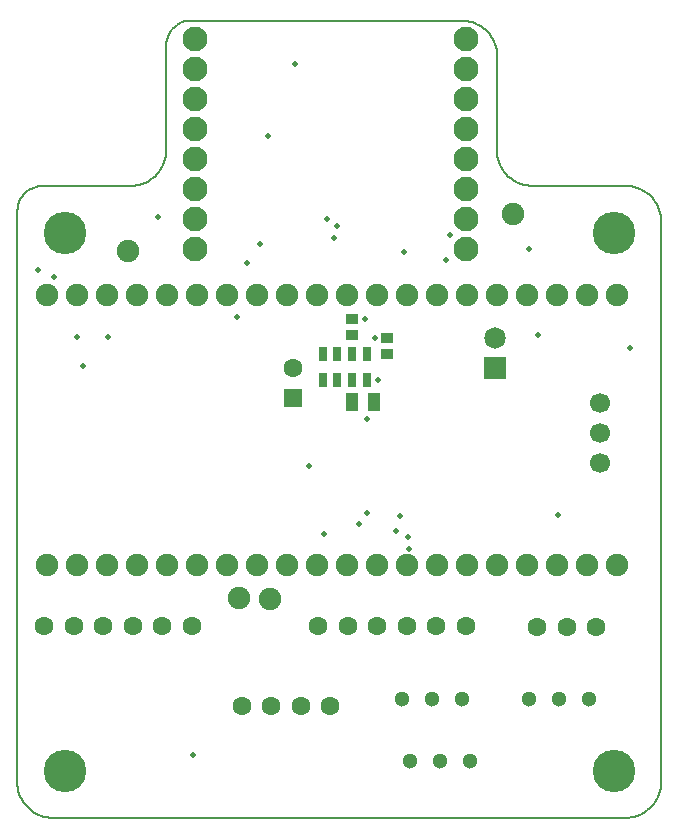
<source format=gbs>
G04*
G04 #@! TF.GenerationSoftware,Altium Limited,Altium Designer,22.4.2 (48)*
G04*
G04 Layer_Color=16711935*
%FSLAX44Y44*%
%MOMM*%
G71*
G04*
G04 #@! TF.SameCoordinates,AE55E6FE-B37C-48CA-A5CC-AE0976963D19*
G04*
G04*
G04 #@! TF.FilePolarity,Negative*
G04*
G01*
G75*
%ADD19C,0.2032*%
%ADD37R,1.1000X1.5000*%
%ADD45R,1.0500X0.9000*%
%ADD54C,3.6000*%
%ADD55C,1.7000*%
%ADD56C,1.6000*%
%ADD57C,1.9000*%
%ADD58C,2.1000*%
%ADD59C,1.3000*%
%ADD60R,1.6000X1.6000*%
%ADD61R,1.8250X1.8250*%
%ADD62C,1.8250*%
%ADD63C,0.5000*%
%ADD75R,0.7000X1.2000*%
D19*
X406086Y565073D02*
X406189Y562589D01*
X406496Y560122D01*
X407006Y557689D01*
X407716Y555307D01*
X408619Y552991D01*
X409711Y550757D01*
X410984Y548622D01*
X412428Y546599D01*
X414035Y544702D01*
X415793Y542944D01*
X417690Y541337D01*
X419713Y539893D01*
X421848Y538620D01*
X424082Y537528D01*
X426398Y536625D01*
X428780Y535915D01*
X431213Y535405D01*
X433680Y535098D01*
X436164Y534995D01*
X406086Y644998D02*
X405983Y647476D01*
X405676Y649936D01*
X405167Y652363D01*
X404460Y654740D01*
X403558Y657050D01*
X402469Y659278D01*
X401200Y661408D01*
X399759Y663426D01*
X398156Y665319D01*
X396403Y667072D01*
X394510Y668675D01*
X392492Y670116D01*
X390362Y671385D01*
X388134Y672474D01*
X385824Y673376D01*
X383447Y674083D01*
X381020Y674592D01*
X378560Y674899D01*
X376082Y675001D01*
X514984Y1D02*
X517463Y103D01*
X519925Y410D01*
X522353Y919D01*
X524731Y1627D01*
X527043Y2529D01*
X529271Y3619D01*
X531403Y4889D01*
X533422Y6330D01*
X535315Y7934D01*
X537070Y9688D01*
X538673Y11581D01*
X540115Y13600D01*
X541385Y15732D01*
X542474Y17961D01*
X543376Y20272D01*
X544084Y22650D01*
X544593Y25078D01*
X544900Y27540D01*
X545003Y30019D01*
X545003Y504993D02*
X544900Y507470D01*
X544593Y509931D01*
X544085Y512358D01*
X543377Y514734D01*
X542476Y517044D01*
X541386Y519272D01*
X540117Y521402D01*
X538676Y523420D01*
X537074Y525313D01*
X535320Y527066D01*
X533428Y528669D01*
X531410Y530109D01*
X529280Y531379D01*
X527052Y532468D01*
X524742Y533369D01*
X522366Y534077D01*
X519939Y534586D01*
X517478Y534892D01*
X515000Y534995D01*
X147201Y675001D02*
X144643Y674847D01*
X142123Y674385D01*
X139678Y673623D01*
X137341Y672571D01*
X135149Y671246D01*
X133132Y669666D01*
X131321Y667855D01*
X129741Y665838D01*
X128415Y663645D01*
X127364Y661309D01*
X126602Y658863D01*
X126140Y656343D01*
X125985Y653786D01*
X95967Y534995D02*
X98446Y535097D01*
X100907Y535404D01*
X103336Y535913D01*
X105714Y536621D01*
X108025Y537523D01*
X110254Y538613D01*
X112385Y539883D01*
X114404Y541325D01*
X116298Y542928D01*
X118052Y544682D01*
X119655Y546576D01*
X121097Y548595D01*
X122367Y550726D01*
X123457Y552955D01*
X124359Y555266D01*
X125066Y557644D01*
X125576Y560072D01*
X125883Y562534D01*
X125985Y565013D01*
X2Y30039D02*
X105Y27558D01*
X412Y25094D01*
X922Y22665D01*
X1630Y20285D01*
X2532Y17973D01*
X3623Y15742D01*
X4894Y13609D01*
X6336Y11589D01*
X7941Y9694D01*
X9696Y7939D01*
X11591Y6334D01*
X13611Y4892D01*
X15744Y3621D01*
X17974Y2531D01*
X20287Y1628D01*
X22666Y920D01*
X25096Y410D01*
X27560Y103D01*
X30040Y1D01*
X21261Y534995D02*
X18699Y534840D01*
X16173Y534377D01*
X13723Y533613D01*
X11382Y532560D01*
X9185Y531232D01*
X7164Y529648D01*
X5349Y527833D01*
X3765Y525812D01*
X2437Y523615D01*
X1384Y521275D01*
X620Y518824D01*
X157Y516299D01*
X2Y513736D01*
X406086Y644997D02*
X406086Y565073D01*
X147201Y675001D02*
X376082D01*
X545003Y30019D02*
Y504992D01*
X436164Y534995D02*
X515000D01*
X125985Y565013D02*
X125985Y653786D01*
X21261Y534995D02*
X95967D01*
X30040Y1D02*
X514984D01*
X2Y30039D02*
Y513736D01*
D37*
X302232Y352086D02*
D03*
X283732D02*
D03*
D45*
X312723Y406446D02*
D03*
Y392946D02*
D03*
X283673Y422317D02*
D03*
Y408817D02*
D03*
D54*
X505000Y40000D02*
D03*
X40000D02*
D03*
Y495003D02*
D03*
X505000Y495000D02*
D03*
D55*
X493617Y300642D02*
D03*
Y326042D02*
D03*
Y351442D02*
D03*
D56*
X254585Y162166D02*
D03*
X279585D02*
D03*
X304585D02*
D03*
X329585D02*
D03*
X354585D02*
D03*
X379585D02*
D03*
X189908Y94964D02*
D03*
X214908D02*
D03*
X239908D02*
D03*
X264908D02*
D03*
X22643Y162282D02*
D03*
X47643D02*
D03*
X72643D02*
D03*
X97643D02*
D03*
X122643D02*
D03*
X147643D02*
D03*
X233480Y381168D02*
D03*
X490056Y161640D02*
D03*
X465056D02*
D03*
X440056D02*
D03*
D57*
X507282Y214334D02*
D03*
X481882D02*
D03*
X456482D02*
D03*
X431082D02*
D03*
X405682D02*
D03*
X380282D02*
D03*
X354882D02*
D03*
X329482D02*
D03*
X304082D02*
D03*
X278682D02*
D03*
X253282D02*
D03*
X227882D02*
D03*
X202482D02*
D03*
X177082D02*
D03*
X151682D02*
D03*
X126282D02*
D03*
X100882D02*
D03*
X75482D02*
D03*
X50082D02*
D03*
X24682D02*
D03*
X507282Y442934D02*
D03*
X481882D02*
D03*
X456482D02*
D03*
X431082D02*
D03*
X405682D02*
D03*
X380282D02*
D03*
X354882D02*
D03*
X329482D02*
D03*
X304082D02*
D03*
X278682D02*
D03*
X253282D02*
D03*
X227882D02*
D03*
X202482D02*
D03*
X177082D02*
D03*
X151682D02*
D03*
X126282D02*
D03*
X100882D02*
D03*
X75482D02*
D03*
X50082D02*
D03*
X24682D02*
D03*
X419365Y510941D02*
D03*
X213494Y185565D02*
D03*
X187409Y185982D02*
D03*
X93882Y479897D02*
D03*
D58*
X150172Y481251D02*
D03*
Y506651D02*
D03*
Y532051D02*
D03*
Y557451D02*
D03*
Y582851D02*
D03*
Y608251D02*
D03*
Y633651D02*
D03*
Y659051D02*
D03*
X380172Y481251D02*
D03*
Y506651D02*
D03*
Y532051D02*
D03*
Y557451D02*
D03*
Y582851D02*
D03*
Y608251D02*
D03*
Y633651D02*
D03*
Y659051D02*
D03*
D59*
X483677Y100653D02*
D03*
X458277D02*
D03*
X432877D02*
D03*
X383019Y48288D02*
D03*
X357619D02*
D03*
X332219D02*
D03*
X376586Y100952D02*
D03*
X351185D02*
D03*
X325785D02*
D03*
D60*
X233480Y355768D02*
D03*
D61*
X404785Y381067D02*
D03*
D62*
Y406467D02*
D03*
D63*
X295868Y337928D02*
D03*
X324079Y255805D02*
D03*
X31240Y457572D02*
D03*
X17159Y463467D02*
D03*
X305579Y370904D02*
D03*
X320998Y243146D02*
D03*
X331707Y227764D02*
D03*
X330329Y237606D02*
D03*
X246713Y297918D02*
D03*
X148328Y53364D02*
D03*
X185576Y424319D02*
D03*
X294578Y422317D02*
D03*
X302439Y406446D02*
D03*
X457402Y256274D02*
D03*
X518680Y397548D02*
D03*
X440862Y408744D02*
D03*
X433539Y481949D02*
D03*
X363086Y472259D02*
D03*
X327440Y478696D02*
D03*
X234920Y638504D02*
D03*
X211814Y577180D02*
D03*
X261893Y507208D02*
D03*
X119398Y509050D02*
D03*
X205320Y485699D02*
D03*
X55489Y382588D02*
D03*
X270511Y500850D02*
D03*
X268117Y490522D02*
D03*
X77091Y407335D02*
D03*
X50354Y407417D02*
D03*
X259620Y240669D02*
D03*
X366192Y493591D02*
D03*
X194329Y469492D02*
D03*
X296197Y257730D02*
D03*
X289054Y248970D02*
D03*
D75*
X270989Y370904D02*
D03*
X258489D02*
D03*
X295989D02*
D03*
X283489D02*
D03*
X258489Y392904D02*
D03*
X295989D02*
D03*
X270989D02*
D03*
X283489D02*
D03*
M02*

</source>
